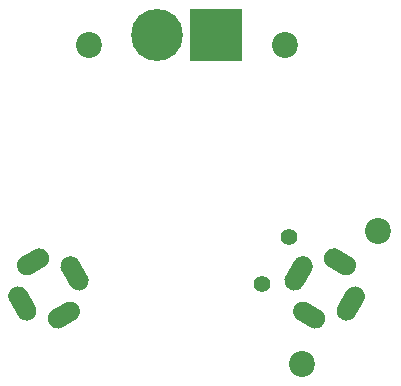
<source format=gts>
G04 #@! TF.GenerationSoftware,KiCad,Pcbnew,7.0.8-7.0.8~ubuntu22.04.1*
G04 #@! TF.CreationDate,2023-10-26T21:40:47+02:00*
G04 #@! TF.ProjectId,LightPipe_PCB,4c696768-7450-4697-9065-5f5043422e6b,v0.1.2*
G04 #@! TF.SameCoordinates,Original*
G04 #@! TF.FileFunction,Soldermask,Top*
G04 #@! TF.FilePolarity,Negative*
%FSLAX46Y46*%
G04 Gerber Fmt 4.6, Leading zero omitted, Abs format (unit mm)*
G04 Created by KiCad (PCBNEW 7.0.8-7.0.8~ubuntu22.04.1) date 2023-10-26 21:40:47*
%MOMM*%
%LPD*%
G01*
G04 APERTURE LIST*
%ADD10R,4.400000X4.400000*%
%ADD11C,4.400000*%
%ADD12C,2.200000*%
%ADD13C,1.400000*%
G04 APERTURE END LIST*
G36*
G01*
X137296728Y-97965544D02*
X138335958Y-98565544D01*
G75*
G02*
X138647080Y-99726666I-425000J-736122D01*
G01*
X138647080Y-99726666D01*
G75*
G02*
X137485958Y-100037788I-736122J425000D01*
G01*
X136446728Y-99437788D01*
G75*
G02*
X136135606Y-98276666I425000J736122D01*
G01*
X136135606Y-98276666D01*
G75*
G02*
X137296728Y-97965544I736122J-425000D01*
G01*
G37*
G36*
G01*
X135396856Y-95656218D02*
X136096856Y-94443782D01*
G75*
G02*
X137257978Y-94132660I736122J-425000D01*
G01*
X137257978Y-94132660D01*
G75*
G02*
X137569100Y-95293782I-425000J-736122D01*
G01*
X136869100Y-96506218D01*
G75*
G02*
X135707978Y-96817340I-736122J425000D01*
G01*
X135707978Y-96817340D01*
G75*
G02*
X135396856Y-95656218I425000J736122D01*
G01*
G37*
G36*
G01*
X139813586Y-98206218D02*
X140513586Y-96993782D01*
G75*
G02*
X141674708Y-96682660I736122J-425000D01*
G01*
X141674708Y-96682660D01*
G75*
G02*
X141985830Y-97843782I-425000J-736122D01*
G01*
X141285830Y-99056218D01*
G75*
G02*
X140124708Y-99367340I-736122J425000D01*
G01*
X140124708Y-99367340D01*
G75*
G02*
X139813586Y-98206218I425000J736122D01*
G01*
G37*
G36*
G01*
X139896728Y-93462212D02*
X140935958Y-94062212D01*
G75*
G02*
X141247080Y-95223334I-425000J-736122D01*
G01*
X141247080Y-95223334D01*
G75*
G02*
X140085958Y-95534456I-736122J425000D01*
G01*
X139046728Y-94934456D01*
G75*
G02*
X138735606Y-93773334I425000J736122D01*
G01*
X138735606Y-93773334D01*
G75*
G02*
X139896728Y-93462212I736122J-425000D01*
G01*
G37*
G36*
G01*
X114953272Y-94934456D02*
X113914042Y-95534456D01*
G75*
G02*
X112752920Y-95223334I-425000J736122D01*
G01*
X112752920Y-95223334D01*
G75*
G02*
X113064042Y-94062212I736122J425000D01*
G01*
X114103272Y-93462212D01*
G75*
G02*
X115264394Y-93773334I425000J-736122D01*
G01*
X115264394Y-93773334D01*
G75*
G02*
X114953272Y-94934456I-736122J-425000D01*
G01*
G37*
G36*
G01*
X117903144Y-94443782D02*
X118603144Y-95656218D01*
G75*
G02*
X118292022Y-96817340I-736122J-425000D01*
G01*
X118292022Y-96817340D01*
G75*
G02*
X117130900Y-96506218I-425000J736122D01*
G01*
X116430900Y-95293782D01*
G75*
G02*
X116742022Y-94132660I736122J425000D01*
G01*
X116742022Y-94132660D01*
G75*
G02*
X117903144Y-94443782I425000J-736122D01*
G01*
G37*
G36*
G01*
X113486414Y-96993782D02*
X114186414Y-98206218D01*
G75*
G02*
X113875292Y-99367340I-736122J-425000D01*
G01*
X113875292Y-99367340D01*
G75*
G02*
X112714170Y-99056218I-425000J736122D01*
G01*
X112014170Y-97843782D01*
G75*
G02*
X112325292Y-96682660I736122J425000D01*
G01*
X112325292Y-96682660D01*
G75*
G02*
X113486414Y-96993782I425000J-736122D01*
G01*
G37*
G36*
G01*
X117553272Y-99437788D02*
X116514042Y-100037788D01*
G75*
G02*
X115352920Y-99726666I-425000J736122D01*
G01*
X115352920Y-99726666D01*
G75*
G02*
X115664042Y-98565544I736122J425000D01*
G01*
X116703272Y-97965544D01*
G75*
G02*
X117864394Y-98276666I425000J-736122D01*
G01*
X117864394Y-98276666D01*
G75*
G02*
X117553272Y-99437788I-736122J-425000D01*
G01*
G37*
D10*
X129500000Y-75300000D03*
D11*
X124500000Y-75300000D03*
D12*
X118700000Y-76100000D03*
X135300000Y-76100000D03*
X143240381Y-91870835D03*
D13*
X133384421Y-96341858D03*
D12*
X136740381Y-103129165D03*
D13*
X135684421Y-92358142D03*
M02*

</source>
